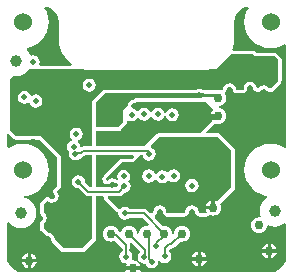
<source format=gbl>
G04*
G04 #@! TF.GenerationSoftware,Altium Limited,Altium Designer,20.0.13 (296)*
G04*
G04 Layer_Physical_Order=4*
G04 Layer_Color=16711680*
%FSLAX44Y44*%
%MOMM*%
G71*
G01*
G75*
%ADD11C,0.2000*%
%ADD43C,1.0000*%
%ADD45C,0.1500*%
%ADD46C,0.2200*%
%ADD48C,1.5240*%
%ADD49C,0.5000*%
%ADD50C,0.7500*%
G36*
X-84090Y-98213D02*
X-80912Y-99529D01*
X-78183Y-101623D01*
X-76090Y-104352D01*
X-74773Y-107530D01*
X-74346Y-110771D01*
X-74369Y-110940D01*
Y-124900D01*
X-74393D01*
X-74062Y-129107D01*
X-73077Y-133210D01*
X-71462Y-137109D01*
X-69257Y-140707D01*
X-66516Y-143916D01*
X-63307Y-146657D01*
X-63206Y-146719D01*
X-63551Y-147941D01*
X-89939D01*
X-90725Y-146671D01*
X-90392Y-145000D01*
X-90819Y-142854D01*
X-92035Y-141035D01*
X-93854Y-139819D01*
X-96000Y-139392D01*
X-98146Y-139819D01*
X-98175Y-139810D01*
X-99285Y-137131D01*
X-101389Y-134389D01*
X-101564Y-134255D01*
X-101215Y-133034D01*
X-100677Y-132981D01*
X-96521Y-131720D01*
X-92690Y-129673D01*
X-89333Y-126917D01*
X-86577Y-123560D01*
X-84530Y-119729D01*
X-83269Y-115573D01*
X-82843Y-111250D01*
X-83269Y-106927D01*
X-84530Y-102771D01*
X-86447Y-99184D01*
X-86115Y-98441D01*
X-85706Y-98000D01*
X-84090Y-98213D01*
D02*
G37*
G36*
X92000Y-140000D02*
X108500D01*
X111250Y-142750D01*
Y-160711D01*
X110319Y-162104D01*
X110238Y-162512D01*
X105506Y-167244D01*
X103898Y-167056D01*
X103215Y-166035D01*
X101396Y-164819D01*
X99250Y-164392D01*
X97104Y-164819D01*
X95285Y-166035D01*
X94588Y-167077D01*
X93263Y-166774D01*
X92931Y-165104D01*
X91715Y-163285D01*
X89896Y-162069D01*
X87750Y-161642D01*
X85604Y-162069D01*
X83785Y-163285D01*
X82569Y-165104D01*
X82142Y-167250D01*
X82196Y-167518D01*
X81390Y-168500D01*
X77128D01*
X75858Y-168500D01*
X75431Y-166354D01*
X74215Y-164535D01*
X72396Y-163319D01*
X70250Y-162892D01*
X68104Y-163319D01*
X66285Y-164535D01*
X65069Y-166354D01*
X64642Y-168500D01*
X63372Y-168500D01*
X47541D01*
X46896Y-168069D01*
X44750Y-167642D01*
X42604Y-168069D01*
X41959Y-168500D01*
X-36250Y-168500D01*
X-45750Y-178000D01*
Y-216301D01*
X-53827D01*
X-54989Y-216533D01*
X-55294Y-216590D01*
X-56338Y-215765D01*
X-56569Y-214604D01*
X-57785Y-212785D01*
X-58042Y-212613D01*
X-57774Y-211264D01*
X-57354Y-211181D01*
X-55535Y-209965D01*
X-54319Y-208146D01*
X-53892Y-206000D01*
X-54319Y-203854D01*
X-55535Y-202035D01*
X-57354Y-200819D01*
X-59500Y-200392D01*
X-61646Y-200819D01*
X-63465Y-202035D01*
X-64681Y-203854D01*
X-65108Y-206000D01*
X-64681Y-208146D01*
X-63465Y-209965D01*
X-63208Y-210137D01*
X-63476Y-211486D01*
X-63896Y-211569D01*
X-65715Y-212785D01*
X-66931Y-214604D01*
X-67358Y-216750D01*
X-66931Y-218896D01*
X-65715Y-220715D01*
X-65537Y-220835D01*
X-65898Y-222649D01*
X-65471Y-224795D01*
X-64255Y-226615D01*
X-62436Y-227830D01*
X-60290Y-228257D01*
X-58144Y-227830D01*
X-56325Y-226615D01*
X-55782Y-225803D01*
X-55682D01*
X-54219Y-225512D01*
X-52978Y-224683D01*
X-52243Y-223948D01*
X-45750D01*
X-45750Y-250852D01*
X-47641D01*
X-52076Y-246417D01*
X-52042Y-246250D01*
X-52469Y-244104D01*
X-53685Y-242285D01*
X-55504Y-241069D01*
X-57650Y-240642D01*
X-59796Y-241069D01*
X-61615Y-242285D01*
X-62831Y-244104D01*
X-63258Y-246250D01*
X-62831Y-248396D01*
X-61615Y-250215D01*
X-59796Y-251431D01*
X-57650Y-251858D01*
X-57483Y-251824D01*
X-51929Y-257379D01*
X-50688Y-258207D01*
X-49225Y-258498D01*
X-45750D01*
Y-294250D01*
X-54250Y-302750D01*
X-70000D01*
X-77660Y-295090D01*
X-77642Y-295000D01*
X-78069Y-292854D01*
X-79285Y-291035D01*
X-81104Y-289819D01*
X-83250Y-289392D01*
X-83340Y-289410D01*
X-87000Y-285750D01*
Y-281443D01*
X-86285Y-280965D01*
X-85069Y-279146D01*
X-84642Y-277000D01*
X-85069Y-274854D01*
X-86285Y-273035D01*
X-87000Y-272557D01*
Y-265500D01*
X-83949Y-262449D01*
X-82286Y-263561D01*
X-80140Y-263988D01*
X-77994Y-263561D01*
X-76175Y-262345D01*
X-74959Y-260526D01*
X-74532Y-258380D01*
X-74959Y-256234D01*
X-76071Y-254571D01*
X-72500Y-251000D01*
Y-224250D01*
X-89250Y-207500D01*
X-94202D01*
X-96000Y-207142D01*
X-97798Y-207500D01*
X-110750D01*
X-115500Y-202750D01*
Y-159250D01*
X-112949Y-156699D01*
X-110750Y-156988D01*
X-107324Y-156537D01*
X-104131Y-155215D01*
X-101389Y-153111D01*
X-99769Y-151000D01*
X-53630D01*
X-51707Y-151462D01*
X-47500Y-151793D01*
Y-151793D01*
X-46230Y-151769D01*
X47500Y-151769D01*
Y-151793D01*
X51707Y-151462D01*
X53630Y-151000D01*
X58750D01*
X62755Y-146995D01*
X63307Y-146657D01*
X66516Y-143916D01*
X69257Y-140707D01*
X69595Y-140154D01*
X71500Y-138250D01*
X90250Y-138250D01*
X92000Y-140000D01*
D02*
G37*
G36*
X86115Y-98441D02*
X86447Y-99184D01*
X84530Y-102771D01*
X83269Y-106927D01*
X82843Y-111250D01*
X83269Y-115573D01*
X84530Y-119729D01*
X86577Y-123560D01*
X89333Y-126917D01*
X92690Y-129673D01*
X96521Y-131720D01*
X100677Y-132981D01*
X105000Y-133407D01*
X109323Y-132981D01*
X113479Y-131720D01*
X116861Y-129912D01*
X118131Y-130521D01*
X118131Y-216979D01*
X116861Y-217588D01*
X113479Y-215780D01*
X109323Y-214519D01*
X105000Y-214093D01*
X100677Y-214519D01*
X96521Y-215780D01*
X92690Y-217827D01*
X89333Y-220583D01*
X86577Y-223940D01*
X84530Y-227771D01*
X83269Y-231928D01*
X82843Y-236250D01*
X83269Y-240572D01*
X84530Y-244729D01*
X86577Y-248560D01*
X89333Y-251917D01*
X92690Y-254673D01*
X96521Y-256720D01*
X100677Y-257981D01*
X102404Y-258151D01*
X102596Y-259446D01*
X102381Y-259535D01*
X99639Y-261639D01*
X97535Y-264381D01*
X96213Y-267574D01*
X95762Y-271000D01*
X96213Y-274426D01*
X96605Y-275372D01*
X95712Y-276535D01*
X95000Y-276442D01*
X93238Y-276674D01*
X91596Y-277354D01*
X90186Y-278436D01*
X89104Y-279846D01*
X88424Y-281488D01*
X88192Y-283250D01*
X88424Y-285012D01*
X89104Y-286654D01*
X90186Y-288064D01*
X91596Y-289146D01*
X93238Y-289826D01*
X95000Y-290058D01*
X96762Y-289826D01*
X98404Y-289146D01*
X99814Y-288064D01*
X100896Y-286654D01*
X101576Y-285012D01*
X101773Y-283517D01*
X101773Y-283516D01*
X102493Y-282956D01*
X103021Y-282730D01*
X105574Y-283787D01*
X109000Y-284238D01*
X112426Y-283787D01*
X115619Y-282465D01*
X116992Y-281411D01*
X118131Y-281973D01*
X118131Y-308293D01*
X118131Y-309560D01*
X118015Y-310782D01*
X117727Y-312970D01*
X116411Y-316148D01*
X114317Y-318877D01*
X111588Y-320970D01*
X108410Y-322287D01*
X106222Y-322575D01*
X105000Y-322691D01*
X103754Y-322691D01*
X-4573D01*
X-5269Y-321421D01*
X-5135Y-320750D01*
X-11250D01*
X-17365D01*
X-17231Y-321421D01*
X-17927Y-322691D01*
X-103731D01*
X-105000Y-322691D01*
X-106222Y-322575D01*
X-108410Y-322287D01*
X-111588Y-320970D01*
X-114317Y-318877D01*
X-116411Y-316148D01*
X-117727Y-312970D01*
X-118153Y-309729D01*
X-118131Y-309560D01*
Y-280988D01*
X-116861Y-280557D01*
X-115861Y-281861D01*
X-113119Y-283965D01*
X-109926Y-285287D01*
X-106500Y-285738D01*
X-103074Y-285287D01*
X-99881Y-283965D01*
X-97139Y-281861D01*
X-95035Y-279119D01*
X-93713Y-275926D01*
X-93262Y-272500D01*
X-93713Y-269074D01*
X-95035Y-265881D01*
X-97139Y-263139D01*
X-99881Y-261035D01*
X-103074Y-259713D01*
X-104028Y-259587D01*
X-104008Y-258309D01*
X-100677Y-257981D01*
X-96521Y-256720D01*
X-92690Y-254673D01*
X-89333Y-251917D01*
X-86577Y-248560D01*
X-84530Y-244729D01*
X-83269Y-240572D01*
X-82843Y-236250D01*
X-83269Y-231928D01*
X-84530Y-227771D01*
X-86577Y-223940D01*
X-89333Y-220583D01*
X-92690Y-217827D01*
X-96521Y-215780D01*
X-100677Y-214519D01*
X-105000Y-214093D01*
X-109323Y-214519D01*
X-113479Y-215780D01*
X-116861Y-217588D01*
X-118131Y-216979D01*
Y-206241D01*
X-116861Y-205715D01*
X-112913Y-209663D01*
X-111920Y-210326D01*
X-110750Y-210559D01*
X-110750Y-210559D01*
X-97798D01*
X-97503Y-210500D01*
X-97202D01*
X-96000Y-210261D01*
X-94798Y-210500D01*
X-94497D01*
X-94202Y-210559D01*
X-90517D01*
X-75559Y-225517D01*
Y-249733D01*
X-78233Y-252408D01*
X-78401Y-252658D01*
X-78614Y-252871D01*
X-78729Y-253150D01*
X-78896Y-253400D01*
X-78955Y-253696D01*
X-79071Y-253974D01*
Y-254275D01*
X-79129Y-254571D01*
X-79071Y-254866D01*
Y-255167D01*
X-78955Y-255446D01*
X-78896Y-255741D01*
X-78729Y-255992D01*
X-78614Y-256270D01*
X-77840Y-257427D01*
X-77651Y-258380D01*
X-77840Y-259333D01*
X-78380Y-260140D01*
X-79187Y-260679D01*
X-80140Y-260869D01*
X-81093Y-260679D01*
X-82250Y-259906D01*
X-82528Y-259791D01*
X-82779Y-259624D01*
X-83074Y-259565D01*
X-83353Y-259449D01*
X-83654D01*
X-83949Y-259391D01*
X-84245Y-259449D01*
X-84546D01*
X-84824Y-259565D01*
X-85120Y-259624D01*
X-85370Y-259791D01*
X-85649Y-259906D01*
X-85862Y-260119D01*
X-86112Y-260287D01*
X-89163Y-263337D01*
X-89826Y-264329D01*
X-90059Y-265500D01*
X-90059Y-265500D01*
Y-272557D01*
X-90000Y-272852D01*
Y-273153D01*
X-89885Y-273432D01*
X-89826Y-273727D01*
X-89659Y-273978D01*
X-89543Y-274256D01*
X-89330Y-274469D01*
X-89163Y-274720D01*
X-88912Y-274887D01*
X-88699Y-275100D01*
X-88490Y-275240D01*
X-87950Y-276047D01*
X-87761Y-277000D01*
X-87950Y-277953D01*
X-88490Y-278760D01*
X-88699Y-278900D01*
X-88912Y-279113D01*
X-89163Y-279280D01*
X-89330Y-279531D01*
X-89543Y-279744D01*
X-89659Y-280022D01*
X-89826Y-280273D01*
X-89885Y-280568D01*
X-90000Y-280847D01*
Y-281148D01*
X-90059Y-281443D01*
Y-285750D01*
X-89826Y-286921D01*
X-89163Y-287913D01*
X-85503Y-291573D01*
X-85252Y-291740D01*
X-85039Y-291954D01*
X-84761Y-292069D01*
X-84510Y-292236D01*
X-84215Y-292295D01*
X-83936Y-292410D01*
X-83757D01*
X-82297Y-292700D01*
X-81490Y-293240D01*
X-80950Y-294048D01*
X-80660Y-295507D01*
Y-295686D01*
X-80545Y-295965D01*
X-80486Y-296260D01*
X-80319Y-296511D01*
X-80204Y-296789D01*
X-79990Y-297002D01*
X-79823Y-297253D01*
X-72163Y-304913D01*
X-71171Y-305576D01*
X-70000Y-305809D01*
X-70000Y-305809D01*
X-54250D01*
X-54250Y-305809D01*
X-53080Y-305576D01*
X-52087Y-304913D01*
X-43587Y-296413D01*
X-42924Y-295420D01*
X-42691Y-294250D01*
X-42691Y-294250D01*
Y-258498D01*
X-37083D01*
X-36040Y-259768D01*
X-35807Y-260939D01*
X-35145Y-261931D01*
X-25762Y-271314D01*
X-25636Y-271398D01*
X-25539Y-271516D01*
X-25143Y-271728D01*
X-24769Y-271977D01*
X-24621Y-272007D01*
X-24487Y-272078D01*
X-23963Y-272970D01*
X-23536Y-275116D01*
X-22320Y-276935D01*
X-20501Y-278151D01*
X-18355Y-278578D01*
X-16209Y-278151D01*
X-14390Y-276935D01*
X-14295Y-276793D01*
X-3864D01*
X1732Y-282389D01*
X1138Y-283592D01*
X0Y-283442D01*
X-1762Y-283674D01*
X-3404Y-284354D01*
X-4814Y-285436D01*
X-5896Y-286846D01*
X-6576Y-288488D01*
X-6808Y-290250D01*
X-7997Y-290949D01*
X-8259Y-290762D01*
X-8192Y-290250D01*
X-8424Y-288488D01*
X-9104Y-286846D01*
X-10186Y-285436D01*
X-11596Y-284354D01*
X-13238Y-283674D01*
X-15000Y-283442D01*
X-16762Y-283674D01*
X-18404Y-284354D01*
X-19814Y-285436D01*
X-20896Y-286846D01*
X-21576Y-288488D01*
X-22815Y-288704D01*
X-23424Y-288488D01*
X-24104Y-286846D01*
X-25186Y-285436D01*
X-26596Y-284354D01*
X-28238Y-283674D01*
X-30000Y-283442D01*
X-31762Y-283674D01*
X-33404Y-284354D01*
X-34814Y-285436D01*
X-35896Y-286846D01*
X-36576Y-288488D01*
X-36808Y-290250D01*
X-36576Y-292012D01*
X-35896Y-293654D01*
X-34814Y-295064D01*
X-33404Y-296146D01*
X-31762Y-296826D01*
X-30000Y-297058D01*
X-28238Y-296826D01*
X-26713Y-296194D01*
X-21323Y-301584D01*
Y-305690D01*
X-21465Y-305785D01*
X-22681Y-307604D01*
X-23108Y-309750D01*
X-22681Y-311896D01*
X-21465Y-313715D01*
X-19646Y-314931D01*
X-17713Y-315315D01*
X-16939Y-316443D01*
X-17175Y-316796D01*
X-17365Y-317750D01*
X-11250D01*
X-5135D01*
X-5325Y-316796D01*
X-6715Y-314715D01*
X-8796Y-313325D01*
X-11250Y-312837D01*
X-11580Y-312903D01*
X-12290Y-311749D01*
X-11892Y-309750D01*
X-12319Y-307604D01*
X-13535Y-305785D01*
X-13677Y-305690D01*
Y-300000D01*
X-13968Y-298537D01*
X-14071Y-298382D01*
X-13084Y-297573D01*
X-5955Y-304702D01*
X-5715Y-306035D01*
X-6931Y-307854D01*
X-7358Y-310000D01*
X-6931Y-312146D01*
X-5715Y-313965D01*
X-3896Y-315181D01*
X-1750Y-315608D01*
X-1012Y-315461D01*
X-851Y-316274D01*
X365Y-318093D01*
X2184Y-319308D01*
X4330Y-319735D01*
X6476Y-319308D01*
X8296Y-318093D01*
X9511Y-316274D01*
X9938Y-314128D01*
X9721Y-313037D01*
X10917Y-312541D01*
X11535Y-313465D01*
X13354Y-314681D01*
X15500Y-315108D01*
X17646Y-314681D01*
X19465Y-313465D01*
X20681Y-311646D01*
X21108Y-309500D01*
X20681Y-307354D01*
X19465Y-305535D01*
X19323Y-305440D01*
Y-303902D01*
X20263Y-302963D01*
X21111D01*
X22574Y-302672D01*
X23814Y-301843D01*
X28762Y-296895D01*
X30000Y-297058D01*
X31762Y-296826D01*
X33404Y-296146D01*
X34814Y-295064D01*
X35896Y-293654D01*
X36576Y-292012D01*
X36808Y-290250D01*
X36576Y-288488D01*
X35896Y-286846D01*
X34814Y-285436D01*
X33404Y-284354D01*
X31762Y-283674D01*
X30000Y-283442D01*
X28238Y-283674D01*
X26596Y-284354D01*
X25186Y-285436D01*
X24104Y-286846D01*
X23424Y-288488D01*
X23192Y-290250D01*
X23259Y-290762D01*
X22997Y-290949D01*
X21808Y-290250D01*
X21576Y-288488D01*
X20896Y-286846D01*
X19814Y-285436D01*
X18404Y-284354D01*
X16762Y-283674D01*
X15000Y-283442D01*
X13762Y-283605D01*
X6824Y-276667D01*
X6754Y-276428D01*
X6791Y-275681D01*
X6996Y-275042D01*
X7190Y-274913D01*
X7274Y-274787D01*
X7391Y-274690D01*
X8007Y-273940D01*
X8078Y-273807D01*
X8185Y-273699D01*
X8357Y-273284D01*
X8569Y-272888D01*
X8584Y-272737D01*
X8642Y-272597D01*
X8950Y-271047D01*
X9490Y-270240D01*
X10297Y-269700D01*
X11250Y-269511D01*
X12203Y-269700D01*
X13010Y-270240D01*
X13550Y-271047D01*
X13858Y-272597D01*
X13916Y-272737D01*
X13931Y-272888D01*
X14143Y-273284D01*
X14315Y-273699D01*
X14422Y-273807D01*
X14493Y-273940D01*
X15109Y-274690D01*
X15226Y-274787D01*
X15310Y-274913D01*
X15684Y-275163D01*
X16031Y-275448D01*
X16177Y-275492D01*
X16303Y-275576D01*
X16743Y-275664D01*
X17173Y-275794D01*
X17324Y-275779D01*
X17473Y-275809D01*
X32123D01*
X32272Y-275779D01*
X32423Y-275794D01*
X32853Y-275664D01*
X33294Y-275576D01*
X33420Y-275492D01*
X33565Y-275448D01*
X33913Y-275163D01*
X34286Y-274913D01*
X34371Y-274787D01*
X34488Y-274690D01*
X35206Y-273815D01*
X35278Y-273682D01*
X35385Y-273574D01*
X35557Y-273159D01*
X35769Y-272763D01*
X35784Y-272612D01*
X35842Y-272472D01*
X36150Y-270922D01*
X36689Y-270115D01*
X37497Y-269575D01*
X38449Y-269386D01*
X39402Y-269575D01*
X40209Y-270115D01*
X40749Y-270922D01*
X41057Y-272472D01*
X41115Y-272612D01*
X41130Y-272763D01*
X41342Y-273159D01*
X41514Y-273574D01*
X41621Y-273682D01*
X41693Y-273815D01*
X42411Y-274690D01*
X42528Y-274787D01*
X42612Y-274913D01*
X42986Y-275163D01*
X43333Y-275448D01*
X43479Y-275492D01*
X43605Y-275576D01*
X44045Y-275664D01*
X44475Y-275794D01*
X44626Y-275779D01*
X44775Y-275809D01*
X50000D01*
X50000Y-275809D01*
X51171Y-275576D01*
X52163Y-274913D01*
X53002Y-274074D01*
X53096Y-274146D01*
X54738Y-274826D01*
X56500Y-275058D01*
X58262Y-274826D01*
X59904Y-274146D01*
X61314Y-273064D01*
X62396Y-271654D01*
X63076Y-270012D01*
X63308Y-268250D01*
X63076Y-266488D01*
X62396Y-264846D01*
X62324Y-264752D01*
X73913Y-253163D01*
X74576Y-252171D01*
X74809Y-251000D01*
X74809Y-251000D01*
Y-219750D01*
X74809Y-219750D01*
X74576Y-218580D01*
X73913Y-217587D01*
X73913Y-217587D01*
X62413Y-206087D01*
X61420Y-205424D01*
X60250Y-205191D01*
X60250Y-205191D01*
X51044D01*
X50558Y-204018D01*
X57828Y-196748D01*
X57853Y-196710D01*
X58738Y-197076D01*
X60500Y-197308D01*
X62262Y-197076D01*
X63904Y-196396D01*
X65314Y-195314D01*
X66396Y-193904D01*
X67076Y-192262D01*
X67308Y-190500D01*
X67076Y-188738D01*
X66396Y-187096D01*
X65314Y-185686D01*
X63904Y-184604D01*
X62262Y-183924D01*
X61185Y-183782D01*
Y-182501D01*
X62512Y-182326D01*
X64154Y-181646D01*
X65564Y-180564D01*
X66646Y-179154D01*
X67326Y-177512D01*
X67558Y-175750D01*
X67326Y-173988D01*
X66646Y-172346D01*
X66615Y-172305D01*
X66499Y-171771D01*
X66805Y-170663D01*
X66973Y-170412D01*
X67186Y-170199D01*
X67301Y-169921D01*
X67468Y-169671D01*
X67527Y-169375D01*
X67642Y-169097D01*
X67950Y-167547D01*
X68490Y-166740D01*
X69297Y-166200D01*
X70250Y-166011D01*
X71203Y-166200D01*
X72010Y-166740D01*
X72550Y-167547D01*
X72858Y-169097D01*
X72973Y-169375D01*
X73032Y-169671D01*
X73199Y-169921D01*
X73314Y-170199D01*
X73527Y-170412D01*
X73695Y-170663D01*
X73945Y-170830D01*
X74158Y-171043D01*
X74437Y-171159D01*
X74687Y-171326D01*
X74983Y-171385D01*
X75261Y-171500D01*
X75562D01*
X75858Y-171559D01*
X77128Y-171559D01*
X81390D01*
X81539Y-171529D01*
X81690Y-171544D01*
X82120Y-171414D01*
X82561Y-171326D01*
X82687Y-171242D01*
X82832Y-171198D01*
X83179Y-170913D01*
X83553Y-170663D01*
X83637Y-170537D01*
X83754Y-170441D01*
X84560Y-169459D01*
X84632Y-169325D01*
X84739Y-169218D01*
X84911Y-168802D01*
X85123Y-168406D01*
X85138Y-168255D01*
X85196Y-168115D01*
Y-167666D01*
X85213Y-167493D01*
X85450Y-166297D01*
X85990Y-165490D01*
X86798Y-164950D01*
X87750Y-164761D01*
X88702Y-164950D01*
X89510Y-165490D01*
X90050Y-166297D01*
X90263Y-167371D01*
X90475Y-167883D01*
X90673Y-168402D01*
X90703Y-168434D01*
X90720Y-168474D01*
X91112Y-168866D01*
X91494Y-169269D01*
X91533Y-169287D01*
X91564Y-169318D01*
X92077Y-169530D01*
X92583Y-169757D01*
X93908Y-170059D01*
X93952Y-170060D01*
X93992Y-170077D01*
X94547D01*
X95101Y-170092D01*
X95142Y-170077D01*
X95185D01*
X95698Y-169864D01*
X96216Y-169666D01*
X96248Y-169636D01*
X96288Y-169620D01*
X96680Y-169228D01*
X97083Y-168846D01*
X97101Y-168807D01*
X97132Y-168776D01*
X97490Y-168240D01*
X98298Y-167700D01*
X99250Y-167511D01*
X100203Y-167700D01*
X101010Y-168240D01*
X101355Y-168755D01*
X101442Y-168843D01*
X101498Y-168953D01*
X101861Y-169263D01*
X102198Y-169599D01*
X102313Y-169647D01*
X102407Y-169727D01*
X102860Y-169874D01*
X103301Y-170056D01*
X103425D01*
X103543Y-170094D01*
X105151Y-170282D01*
X105330Y-170268D01*
X105506Y-170303D01*
X105920Y-170221D01*
X106340Y-170187D01*
X106500Y-170105D01*
X106676Y-170070D01*
X107027Y-169836D01*
X107403Y-169643D01*
X107520Y-169507D01*
X107669Y-169407D01*
X112401Y-164675D01*
X112568Y-164424D01*
X112781Y-164211D01*
X112896Y-163933D01*
X113064Y-163683D01*
X113115Y-163425D01*
X113793Y-162410D01*
X113909Y-162132D01*
X114076Y-161881D01*
X114135Y-161586D01*
X114250Y-161308D01*
Y-161006D01*
X114309Y-160711D01*
Y-142750D01*
X114076Y-141580D01*
X113413Y-140587D01*
X110663Y-137837D01*
X109670Y-137174D01*
X108500Y-136941D01*
X108500Y-136941D01*
X93267D01*
X92413Y-136087D01*
X92413Y-136087D01*
X91420Y-135424D01*
X90250Y-135191D01*
X90250Y-135191D01*
X73399Y-135191D01*
X72694Y-134135D01*
X73077Y-133210D01*
X74062Y-129107D01*
X74393Y-124900D01*
X74369D01*
Y-110940D01*
X74346Y-110771D01*
X74773Y-107530D01*
X76090Y-104352D01*
X78183Y-101623D01*
X80912Y-99529D01*
X84090Y-98213D01*
X85706Y-98000D01*
X86115Y-98441D01*
D02*
G37*
G36*
X56157Y-184657D02*
X56032Y-185921D01*
X55965Y-185965D01*
X54575Y-188046D01*
X54385Y-189000D01*
X60500D01*
Y-192000D01*
X54385D01*
X54575Y-192954D01*
X55665Y-194585D01*
X45059Y-205191D01*
X10500D01*
X9329Y-205424D01*
X9216Y-205500D01*
X9000D01*
X8565Y-205935D01*
X8337Y-206087D01*
X8337Y-206087D01*
X1209Y-213215D01*
X1057Y-213444D01*
X-1802Y-216301D01*
X-42691D01*
Y-203309D01*
X-39996D01*
X-39750Y-203358D01*
X-39504Y-203309D01*
X-28996D01*
X-28750Y-203358D01*
X-28504Y-203309D01*
X-23750D01*
X-23454Y-203250D01*
X-22750D01*
X-22569Y-203069D01*
X-21587Y-202413D01*
X-21587Y-202413D01*
X-17837Y-198663D01*
X-17174Y-197670D01*
X-16941Y-196500D01*
X-16941Y-196500D01*
Y-194675D01*
X-15671Y-193996D01*
X-14646Y-194681D01*
X-12500Y-195108D01*
X-10354Y-194681D01*
X-8535Y-193465D01*
X-7930Y-192561D01*
X-6403D01*
X-5965Y-193215D01*
X-4146Y-194431D01*
X-2000Y-194858D01*
X146Y-194431D01*
X1965Y-193215D01*
X3181Y-191396D01*
X3228Y-191161D01*
X4522D01*
X4569Y-191396D01*
X5785Y-193215D01*
X7604Y-194431D01*
X9750Y-194858D01*
X11896Y-194431D01*
X13715Y-193215D01*
X14931Y-191396D01*
X15078Y-190658D01*
X16373D01*
X16569Y-191646D01*
X17785Y-193465D01*
X19604Y-194681D01*
X21750Y-195108D01*
X23896Y-194681D01*
X25715Y-193465D01*
X26931Y-191646D01*
X27358Y-189500D01*
X26931Y-187354D01*
X25715Y-185535D01*
X23896Y-184319D01*
X21750Y-183892D01*
X19604Y-184319D01*
X17785Y-185535D01*
X16569Y-187354D01*
X16422Y-188092D01*
X15127D01*
X14931Y-187104D01*
X13715Y-185285D01*
X11896Y-184069D01*
X9750Y-183642D01*
X7604Y-184069D01*
X5785Y-185285D01*
X4569Y-187104D01*
X4522Y-187339D01*
X3228D01*
X3181Y-187104D01*
X1965Y-185285D01*
X146Y-184069D01*
X-2000Y-183642D01*
X-4146Y-184069D01*
X-5965Y-185285D01*
X-6570Y-186189D01*
X-8097D01*
X-8535Y-185535D01*
X-10354Y-184319D01*
X-12217Y-183949D01*
X-12362Y-183825D01*
X-12672Y-183388D01*
X-12913Y-182680D01*
X-12872Y-182619D01*
X-12814Y-182323D01*
X-12698Y-182045D01*
X-12550Y-181297D01*
X-12010Y-180490D01*
X-11202Y-179950D01*
X-10455Y-179802D01*
X-10177Y-179687D01*
X-9881Y-179628D01*
X-9631Y-179460D01*
X-9352Y-179345D01*
X-9139Y-179132D01*
X-8942Y-179000D01*
X50500D01*
X56157Y-184657D01*
D02*
G37*
G36*
X45703Y-170950D02*
X45841Y-171043D01*
X46120Y-171159D01*
X46370Y-171326D01*
X46666Y-171385D01*
X46944Y-171500D01*
X47245D01*
X47541Y-171559D01*
X48250D01*
Y-173750D01*
X46250Y-175750D01*
X-10000D01*
X-11052Y-176802D01*
X-12396Y-177069D01*
X-14215Y-178285D01*
X-15431Y-180104D01*
X-15698Y-181448D01*
X-20000Y-185750D01*
Y-196500D01*
X-23750Y-200250D01*
X-42691D01*
Y-179267D01*
X-34983Y-171559D01*
X41959Y-171559D01*
X42255Y-171500D01*
X42556D01*
X42834Y-171385D01*
X43130Y-171326D01*
X43380Y-171159D01*
X43658Y-171043D01*
X43797Y-170950D01*
X44750Y-170761D01*
X45703Y-170950D01*
D02*
G37*
G36*
X-10697Y-225122D02*
X-12267Y-226691D01*
X-20750D01*
X-20750Y-226691D01*
X-21920Y-226924D01*
X-22913Y-227587D01*
X-36413Y-241087D01*
X-37076Y-242080D01*
X-37309Y-243250D01*
X-37309Y-243250D01*
Y-244983D01*
X-37279Y-245131D01*
X-37294Y-245282D01*
X-37164Y-245713D01*
X-37076Y-246153D01*
X-36992Y-246279D01*
X-36948Y-246425D01*
X-36662Y-246772D01*
X-36413Y-247146D01*
X-36287Y-247230D01*
X-36190Y-247347D01*
X-35794Y-247559D01*
X-35420Y-247809D01*
X-35272Y-247838D01*
X-35138Y-247910D01*
X-33868Y-248295D01*
X-33717Y-248310D01*
X-33577Y-248368D01*
X-33128Y-248368D01*
X-32680Y-248412D01*
X-32535Y-248368D01*
X-32383D01*
X-31968Y-248196D01*
X-31538Y-248065D01*
X-31421Y-247969D01*
X-31281Y-247911D01*
X-30963Y-247593D01*
X-30632Y-247322D01*
X-29779Y-246752D01*
X-28826Y-246562D01*
X-27874Y-246752D01*
X-27106Y-247265D01*
X-26944Y-247332D01*
X-26808Y-247441D01*
X-26398Y-247558D01*
X-26003Y-247722D01*
X-25829D01*
X-25661Y-247770D01*
X-25237Y-247722D01*
X-25176D01*
X-24317Y-248525D01*
X-24143Y-248809D01*
X-24423Y-250213D01*
X-25486Y-250852D01*
X-42691D01*
X-42691Y-223948D01*
X-11184D01*
X-10697Y-225122D01*
D02*
G37*
G36*
X71750Y-219750D02*
Y-251000D01*
X59836Y-262914D01*
X58954Y-262325D01*
X58000Y-262135D01*
Y-268250D01*
X56500D01*
Y-269750D01*
X50385D01*
X50575Y-270704D01*
X51164Y-271586D01*
X50000Y-272750D01*
X44775D01*
X44057Y-271875D01*
X43630Y-269729D01*
X42415Y-267910D01*
X40595Y-266694D01*
X38449Y-266267D01*
X36303Y-266694D01*
X34484Y-267910D01*
X33268Y-269729D01*
X32842Y-271875D01*
X32123Y-272750D01*
X17473D01*
X16858Y-272000D01*
X16431Y-269854D01*
X15215Y-268035D01*
X13396Y-266819D01*
X11250Y-266392D01*
X9104Y-266819D01*
X7285Y-268035D01*
X6069Y-269854D01*
X5642Y-272000D01*
X5027Y-272750D01*
X2907D01*
X424Y-270266D01*
X-817Y-269438D01*
X-2280Y-269146D01*
X-14295D01*
X-14390Y-269005D01*
X-16209Y-267789D01*
X-18355Y-267362D01*
X-20501Y-267789D01*
X-22320Y-269005D01*
X-22335Y-269027D01*
X-23599Y-269151D01*
X-32982Y-259768D01*
X-32455Y-258498D01*
X-23277D01*
X-21813Y-258207D01*
X-20573Y-257379D01*
X-18982Y-255788D01*
X-18815Y-255821D01*
X-16669Y-255394D01*
X-14850Y-254179D01*
X-13634Y-252360D01*
X-13207Y-250214D01*
X-13634Y-248067D01*
X-14850Y-246248D01*
X-15285Y-245958D01*
Y-245715D01*
X-14069Y-243896D01*
X-13642Y-241750D01*
X-14069Y-239604D01*
X-15285Y-237785D01*
X-17104Y-236569D01*
X-19250Y-236142D01*
X-21396Y-236569D01*
X-23215Y-237785D01*
X-24431Y-239604D01*
X-24858Y-241750D01*
X-24442Y-243839D01*
X-24574Y-244017D01*
X-25407Y-244722D01*
X-26680Y-243871D01*
X-28826Y-243444D01*
X-30972Y-243871D01*
X-32792Y-245086D01*
X-32980Y-245368D01*
X-34250Y-244983D01*
Y-243250D01*
X-20750Y-229750D01*
X-11000D01*
X-5198Y-223948D01*
X-3369D01*
X-3181Y-224896D01*
X-1965Y-226715D01*
X-146Y-227931D01*
X2000Y-228358D01*
X4146Y-227931D01*
X5965Y-226715D01*
X7181Y-224896D01*
X7608Y-222750D01*
X7181Y-220604D01*
X5965Y-218785D01*
X5332Y-218361D01*
X4704Y-217421D01*
X3757Y-216789D01*
X3372Y-215378D01*
X10500Y-208250D01*
X60250D01*
X71750Y-219750D01*
D02*
G37*
%LPC*%
G36*
X-48500Y-158892D02*
X-50646Y-159319D01*
X-52465Y-160535D01*
X-53681Y-162354D01*
X-54108Y-164500D01*
X-53681Y-166646D01*
X-52465Y-168465D01*
X-50646Y-169681D01*
X-48500Y-170108D01*
X-46354Y-169681D01*
X-44535Y-168465D01*
X-43319Y-166646D01*
X-42892Y-164500D01*
X-43319Y-162354D01*
X-44535Y-160535D01*
X-46354Y-159319D01*
X-48500Y-158892D01*
D02*
G37*
G36*
X-103500Y-169142D02*
X-105646Y-169569D01*
X-107465Y-170785D01*
X-108681Y-172604D01*
X-109108Y-174750D01*
X-108681Y-176896D01*
X-107465Y-178715D01*
X-105646Y-179931D01*
X-103500Y-180358D01*
X-101354Y-179931D01*
X-100396Y-179291D01*
X-98985Y-179875D01*
X-98931Y-180146D01*
X-97715Y-181965D01*
X-95896Y-183181D01*
X-93750Y-183608D01*
X-91604Y-183181D01*
X-89785Y-181965D01*
X-88569Y-180146D01*
X-88142Y-178000D01*
X-88569Y-175854D01*
X-89785Y-174035D01*
X-91604Y-172819D01*
X-93750Y-172392D01*
X-95896Y-172819D01*
X-96854Y-173459D01*
X-98265Y-172875D01*
X-98319Y-172604D01*
X-99535Y-170785D01*
X-101354Y-169569D01*
X-103500Y-169142D01*
D02*
G37*
G36*
X105500Y-298885D02*
Y-303500D01*
X110115D01*
X109925Y-302546D01*
X108535Y-300465D01*
X106454Y-299075D01*
X105500Y-298885D01*
D02*
G37*
G36*
X102500Y-298885D02*
X101546Y-299075D01*
X99465Y-300465D01*
X98075Y-302546D01*
X97885Y-303500D01*
X102500D01*
Y-298885D01*
D02*
G37*
G36*
X46250Y-305384D02*
Y-309999D01*
X50865D01*
X50675Y-309045D01*
X49285Y-306964D01*
X47204Y-305574D01*
X46250Y-305384D01*
D02*
G37*
G36*
X43250D02*
X42296Y-305574D01*
X40215Y-306964D01*
X38825Y-309045D01*
X38635Y-309999D01*
X43250D01*
Y-305384D01*
D02*
G37*
G36*
X102500Y-306500D02*
X97885D01*
X98075Y-307454D01*
X99465Y-309535D01*
X101546Y-310925D01*
X102500Y-311115D01*
Y-306500D01*
D02*
G37*
G36*
X110115D02*
X105500D01*
Y-311115D01*
X106454Y-310925D01*
X108535Y-309535D01*
X109925Y-307454D01*
X110115Y-306500D01*
D02*
G37*
G36*
X-97750Y-306885D02*
Y-311500D01*
X-93135D01*
X-93325Y-310546D01*
X-94715Y-308465D01*
X-96796Y-307075D01*
X-97750Y-306885D01*
D02*
G37*
G36*
X-100750Y-306885D02*
X-101704Y-307075D01*
X-103785Y-308465D01*
X-105175Y-310546D01*
X-105365Y-311500D01*
X-100750D01*
Y-306885D01*
D02*
G37*
G36*
X50865Y-312999D02*
X46250D01*
Y-317614D01*
X47204Y-317424D01*
X49285Y-316034D01*
X50675Y-313953D01*
X50865Y-312999D01*
D02*
G37*
G36*
X43250D02*
X38635D01*
X38825Y-313953D01*
X40215Y-316034D01*
X42296Y-317424D01*
X43250Y-317614D01*
Y-312999D01*
D02*
G37*
G36*
X-100750Y-314500D02*
X-105365D01*
X-105175Y-315454D01*
X-103785Y-317535D01*
X-101704Y-318925D01*
X-100750Y-319115D01*
Y-314500D01*
D02*
G37*
G36*
X-93135D02*
X-97750D01*
Y-319115D01*
X-96796Y-318925D01*
X-94715Y-317535D01*
X-93325Y-315454D01*
X-93135Y-314500D01*
D02*
G37*
G36*
X23000Y-235642D02*
X20854Y-236069D01*
X19035Y-237285D01*
X18705Y-237778D01*
X17148Y-237823D01*
X15646Y-236819D01*
X13500Y-236392D01*
X11354Y-236819D01*
X9535Y-238035D01*
X8516Y-239559D01*
X7303Y-239466D01*
X7195Y-239425D01*
X7181Y-239354D01*
X5965Y-237535D01*
X4146Y-236319D01*
X2000Y-235892D01*
X-146Y-236319D01*
X-1965Y-237535D01*
X-3181Y-239354D01*
X-3608Y-241500D01*
X-3181Y-243646D01*
X-1965Y-245465D01*
X-146Y-246681D01*
X2000Y-247108D01*
X4146Y-246681D01*
X5965Y-245465D01*
X6984Y-243941D01*
X8197Y-244034D01*
X8305Y-244075D01*
X8319Y-244146D01*
X9535Y-245965D01*
X11354Y-247181D01*
X13500Y-247608D01*
X15646Y-247181D01*
X17465Y-245965D01*
X17966Y-245215D01*
X19035D01*
X20854Y-246431D01*
X23000Y-246858D01*
X25146Y-246431D01*
X26965Y-245215D01*
X28181Y-243396D01*
X28608Y-241250D01*
X28181Y-239104D01*
X26965Y-237285D01*
X25146Y-236069D01*
X23000Y-235642D01*
D02*
G37*
G36*
X38390Y-243948D02*
X36244Y-244374D01*
X34425Y-245590D01*
X33209Y-247409D01*
X32782Y-249555D01*
X33209Y-251701D01*
X34425Y-253521D01*
X36244Y-254736D01*
X38390Y-255163D01*
X40536Y-254736D01*
X42355Y-253521D01*
X43571Y-251701D01*
X43998Y-249555D01*
X43571Y-247409D01*
X42355Y-245590D01*
X40536Y-244374D01*
X38390Y-243948D01*
D02*
G37*
G36*
X55000Y-262135D02*
X54046Y-262325D01*
X51965Y-263715D01*
X50575Y-265796D01*
X50385Y-266750D01*
X55000D01*
Y-262135D01*
D02*
G37*
%LPD*%
D11*
X-65355Y-287645D02*
Y-229645D01*
Y-287645D02*
X-58750Y-294250D01*
X-93000Y-202000D02*
X-65355Y-229645D01*
X-93000Y-202000D02*
X-90500D01*
X-84000Y-208500D01*
Y-161000D01*
X-75250Y-152250D01*
X58750D01*
D43*
X109000Y-271000D02*
D03*
X-110750Y-143750D02*
D03*
X-106500Y-272500D02*
D03*
D45*
X8420Y-300430D02*
Y-298397D01*
X15000Y-291817D01*
Y-290250D01*
X7750Y-301100D02*
X8420Y-300430D01*
X-18355Y-272970D02*
X-2280D01*
X15000Y-290250D01*
X21111Y-299139D02*
X30000Y-290250D01*
X18679Y-299139D02*
X21111D01*
X15500Y-309500D02*
Y-302318D01*
X18679Y-299139D01*
X-57650Y-246250D02*
X-49225Y-254675D01*
X-23277D02*
X-18815Y-250214D01*
X-49225Y-254675D02*
X-23277D01*
X-53827Y-220125D02*
X2000D01*
X-60290Y-222649D02*
X-59620Y-221980D01*
X-55682D01*
X-53827Y-220125D01*
X0Y-291629D02*
Y-290250D01*
X4330Y-314128D02*
Y-313329D01*
X-1750Y-310000D02*
X-1500Y-309750D01*
X2500Y-311499D02*
Y-294129D01*
Y-311499D02*
X4330Y-313329D01*
X0Y-291629D02*
X2500Y-294129D01*
X-1500Y-309750D02*
Y-303750D01*
X-17500Y-309750D02*
Y-300000D01*
X-26102Y-291398D02*
X-17500Y-300000D01*
X-30000Y-290250D02*
X-28852Y-291398D01*
X-26102D01*
X-15000Y-290250D02*
X-1500Y-303750D01*
D46*
X-22497Y-173250D02*
X-24923Y-173369D01*
X-27326Y-173726D01*
X-29682Y-174316D01*
X-31969Y-175134D01*
X-34165Y-176173D01*
X-36249Y-177422D01*
X-38200Y-178869D01*
X-40000Y-180500D01*
X-22497Y-173250D02*
X44750D01*
X50000Y-192500D02*
X57500D01*
X44750Y-173250D02*
X56816D01*
X59316Y-175750D01*
X60750D01*
D48*
X-105000Y-110940D02*
D03*
X105000D02*
D03*
X-105000Y-235940D02*
D03*
X105000D02*
D03*
D49*
X38449Y-271875D02*
D03*
X38390Y-249555D02*
D03*
X-28674Y-272337D02*
D03*
X-28826Y-249051D02*
D03*
X55246Y-291439D02*
D03*
X-18355Y-272970D02*
D03*
X-80140Y-258380D02*
D03*
X-37399Y-297284D02*
D03*
X7750Y-301100D02*
D03*
X-1750Y-310000D02*
D03*
X-18815Y-250214D02*
D03*
X-60290Y-222649D02*
D03*
X-57650Y-246250D02*
D03*
X-84130Y-309000D02*
D03*
X-54750Y-319560D02*
D03*
X44520Y-309999D02*
D03*
X4330Y-314128D02*
D03*
X22000Y-304750D02*
D03*
X-11250Y-319250D02*
D03*
X15500Y-309500D02*
D03*
X-17500Y-309750D02*
D03*
X105630Y-294250D02*
D03*
X-96000Y-212750D02*
D03*
X-93695Y-259500D02*
D03*
X115500Y-164250D02*
D03*
X81000Y-254000D02*
D03*
X80500Y-219750D02*
D03*
X83250Y-131750D02*
D03*
X-39750Y-197750D02*
D03*
X-40000Y-180500D02*
D03*
X-23750Y-189000D02*
D03*
X-86500Y-131750D02*
D03*
X58500Y-319250D02*
D03*
X82000Y-308250D02*
D03*
X-19250Y-241750D02*
D03*
X-90250Y-277000D02*
D03*
X-61750Y-216750D02*
D03*
X-22500Y-303750D02*
D03*
X-12500D02*
D03*
X32500Y-304000D02*
D03*
X87250Y-144500D02*
D03*
X92500Y-271250D02*
D03*
X99250Y-170000D02*
D03*
X87750Y-167250D02*
D03*
X70250Y-180000D02*
D03*
Y-168500D02*
D03*
X-48500Y-164500D02*
D03*
X-10250Y-182250D02*
D03*
X-28750Y-206000D02*
D03*
Y-197750D02*
D03*
X-96000Y-145000D02*
D03*
X-111500Y-197250D02*
D03*
X-92750Y-202000D02*
D03*
X45000Y-183500D02*
D03*
X-59500Y-206000D02*
D03*
X44750Y-173250D02*
D03*
X60250Y-222750D02*
D03*
X21750Y-189500D02*
D03*
X9750Y-189250D02*
D03*
X-2000D02*
D03*
X-12500Y-189500D02*
D03*
X7500Y-247250D02*
D03*
X11250Y-272000D02*
D03*
X13500Y-242000D02*
D03*
X2000Y-241500D02*
D03*
X23000Y-241250D02*
D03*
X2000Y-222750D02*
D03*
X95000Y-283250D02*
D03*
X-58750Y-287870D02*
D03*
X-83250Y-295000D02*
D03*
X-93750Y-178000D02*
D03*
X-103500Y-174750D02*
D03*
D50*
X44750Y-311499D02*
D03*
X-99250Y-313000D02*
D03*
X-11250Y-319250D02*
D03*
X104000Y-305000D02*
D03*
X56500Y-268250D02*
D03*
X60750Y-175750D02*
D03*
X60500Y-190500D02*
D03*
X30000Y-290250D02*
D03*
X-15000D02*
D03*
X95000Y-283250D02*
D03*
X-30000Y-290250D02*
D03*
X0D02*
D03*
X15000D02*
D03*
M02*

</source>
